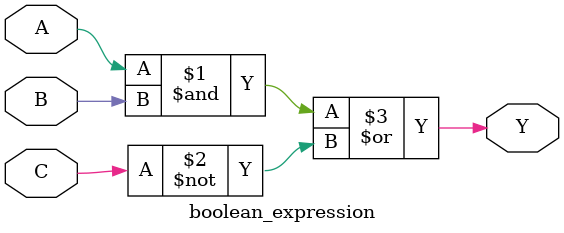
<source format=sv>
`timescale 1ns / 1ps
module boolean_expression(A, B, C, Y);
    input  A, B, C;  
    output Y;
  
    assign Y = (A & B) | (~C);
endmodule

</source>
